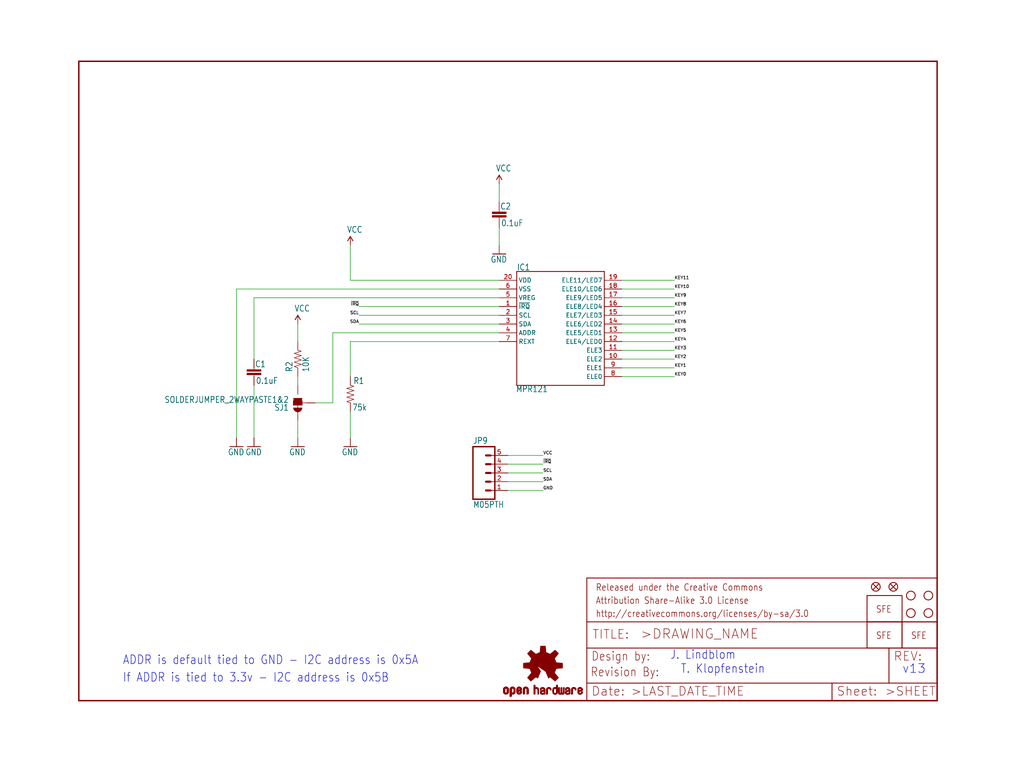
<source format=kicad_sch>
(kicad_sch (version 20211123) (generator eeschema)
  (paper "User" 297.002 223.926)
  (lib_symbols
    (symbol "eagleSchem-eagle-import:0.1UF-25V(+80{slash}-20%)(0603)"
      (property "Reference" "C" (at 1.524 2.921 0))
      (property "Value" "0.1UF-25V(+80{slash}-20%)(0603)" (at 1.524 -2.159 0))
      (symbol "0.1UF-25V(+80{slash}-20%)(0603)_1_0"
        (pin passive line (at 0 5.08 270) (length 2.54) (name "1") (number "1"))
        (pin passive line (at 0 -2.54 90) (length 2.54) (name "2") (number "2"))
      )
    )
    (symbol "eagleSchem-eagle-import:10KOHM1{slash}10W1%(0603)0603"
      (property "Reference" "R" (at -3.81 1.4986 0))
      (property "Value" "10KOHM1{slash}10W1%(0603)0603" (at -3.81 -3.302 0))
      (symbol "10KOHM1{slash}10W1%(0603)0603_1_0"
        (pin passive line (at -5.08 0 0) (length 2.54) (name "1") (number "1"))
        (pin passive line (at 5.08 0 180) (length 2.54) (name "2") (number "2"))
      )
    )
    (symbol "eagleSchem-eagle-import:FIDUCIAL1X2")
    (symbol "eagleSchem-eagle-import:FRAME-LETTER"
      (symbol "FRAME-LETTER_2_0"
        (text ">DRAWING_NAME" (at 15.494 17.78 0) (effects (font (size 2.7432 2.7432)) (justify left bottom)))
        (text ">LAST_DATE_TIME" (at 12.7 1.27 0) (effects (font (size 2.54 2.54)) (justify left bottom)))
        (text ">SHEET" (at 86.36 1.27 0) (effects (font (size 2.54 2.54)) (justify left bottom)))
        (text "Attribution Share-Alike 3.0 License" (at 2.54 27.94 0) (effects (font (size 1.9304 1.6408)) (justify left bottom)))
        (text "Date:" (at 1.27 1.27 0) (effects (font (size 2.54 2.54)) (justify left bottom)))
        (text "Design by:" (at 1.27 11.43 0) (effects (font (size 2.54 2.159)) (justify left bottom)))
        (text "http://creativecommons.org/licenses/by-sa/3.0" (at 2.54 24.13 0) (effects (font (size 1.9304 1.6408)) (justify left bottom)))
        (text "Released under the Creative Commons" (at 2.54 31.75 0) (effects (font (size 1.9304 1.6408)) (justify left bottom)))
        (text "REV:" (at 88.9 11.43 0) (effects (font (size 2.54 2.54)) (justify left bottom)))
        (text "Sheet:" (at 72.39 1.27 0) (effects (font (size 2.54 2.54)) (justify left bottom)))
        (text "TITLE:" (at 1.524 17.78 0) (effects (font (size 2.54 2.54)) (justify left bottom)))
      )
    )
    (symbol "eagleSchem-eagle-import:GND" (power)
      (property "Value" "GND" (at -2.54 -2.54 0))
      (symbol "GND_1_0"
        (pin power_in line (at 0 2.54 270) (length 2.54) (name "GND") (number "1"))
      )
    )
    (symbol "eagleSchem-eagle-import:LOGO-SFENEW"
      (symbol "LOGO-SFENEW_1_0"
        (text "SFE" (at 0 0 0) (effects (font (size 1.9304 1.6408)) (justify left bottom)))
      )
    )
    (symbol "eagleSchem-eagle-import:LOGO-SFESK"
      (symbol "LOGO-SFESK_1_0"
        (text "SFE" (at 0 0 0) (effects (font (size 1.9304 1.6408)) (justify left bottom)))
      )
    )
    (symbol "eagleSchem-eagle-import:M05PTH"
      (property "Reference" "JP" (at -2.54 8.382 0))
      (property "Value" "M05PTH" (at -2.54 -10.16 0))
      (symbol "M05PTH_1_0"
        (pin passive line (at 7.62 -5.08 180) (length 5.08) (name "1") (number "1"))
        (pin passive line (at 7.62 -2.54 180) (length 5.08) (name "2") (number "2"))
        (pin passive line (at 7.62 0 180) (length 5.08) (name "3") (number "3"))
        (pin passive line (at 7.62 2.54 180) (length 5.08) (name "4") (number "4"))
        (pin passive line (at 7.62 5.08 180) (length 5.08) (name "5") (number "5"))
      )
    )
    (symbol "eagleSchem-eagle-import:MPR121V2"
      (property "Value" "MPR121V2" (at -12.954 -17.272 0))
      (symbol "MPR121V2_1_0"
        (pin bidirectional line (at -17.78 7.62 0) (length 5.08) (name "~{IRQ}") (number "1"))
        (pin bidirectional line (at 17.78 -7.62 180) (length 5.08) (name "ELE2") (number "10"))
        (pin bidirectional line (at 17.78 -5.08 180) (length 5.08) (name "ELE3") (number "11"))
        (pin bidirectional line (at 17.78 -2.54 180) (length 5.08) (name "ELE4/LED0") (number "12"))
        (pin bidirectional line (at 17.78 0 180) (length 5.08) (name "ELE5/LED1") (number "13"))
        (pin bidirectional line (at 17.78 2.54 180) (length 5.08) (name "ELE6/LED2") (number "14"))
        (pin bidirectional line (at 17.78 5.08 180) (length 5.08) (name "ELE7/LED3") (number "15"))
        (pin bidirectional line (at 17.78 7.62 180) (length 5.08) (name "ELE8/LED4") (number "16"))
        (pin bidirectional line (at 17.78 10.16 180) (length 5.08) (name "ELE9/LED5") (number "17"))
        (pin bidirectional line (at 17.78 12.7 180) (length 5.08) (name "ELE10/LED6") (number "18"))
        (pin bidirectional line (at 17.78 15.24 180) (length 5.08) (name "ELE11/LED7") (number "19"))
        (pin bidirectional line (at -17.78 5.08 0) (length 5.08) (name "SCL") (number "2"))
        (pin bidirectional line (at -17.78 15.24 0) (length 5.08) (name "VDD") (number "20"))
        (pin bidirectional line (at -17.78 2.54 0) (length 5.08) (name "SDA") (number "3"))
        (pin bidirectional line (at -17.78 0 0) (length 5.08) (name "ADDR") (number "4"))
        (pin bidirectional line (at -17.78 10.16 0) (length 5.08) (name "VREG") (number "5"))
        (pin bidirectional line (at -17.78 12.7 0) (length 5.08) (name "VSS") (number "6"))
        (pin bidirectional line (at -17.78 -2.54 0) (length 5.08) (name "REXT") (number "7"))
        (pin bidirectional line (at 17.78 -12.7 180) (length 5.08) (name "ELE0") (number "8"))
        (pin bidirectional line (at 17.78 -10.16 180) (length 5.08) (name "ELE1") (number "9"))
      )
    )
    (symbol "eagleSchem-eagle-import:OSHW-LOGOL")
    (symbol "eagleSchem-eagle-import:RESISTOR0603-RES"
      (property "Reference" "R" (at -3.81 1.4986 0))
      (property "Value" "RESISTOR0603-RES" (at -3.81 -3.302 0))
      (symbol "RESISTOR0603-RES_1_0"
        (pin passive line (at -5.08 0 0) (length 2.54) (name "1") (number "1"))
        (pin passive line (at 5.08 0 180) (length 2.54) (name "2") (number "2"))
      )
    )
    (symbol "eagleSchem-eagle-import:REVISION"
      (symbol "REVISION_1_0"
        (text "Revision By: " (at 0 0 0) (effects (font (size 2.54 2.159)) (justify left bottom)))
      )
    )
    (symbol "eagleSchem-eagle-import:SOLDERJUMPER_2WAYPASTE1&2"
      (property "Reference" "SJ" (at 2.54 0.381 0))
      (property "Value" "SOLDERJUMPER_2WAYPASTE1&2" (at 2.54 -1.905 0))
      (symbol "SOLDERJUMPER_2WAYPASTE1&2_1_0"
        (pin passive line (at 0 5.08 270) (length 2.54) (name "1") (number "1"))
        (pin passive line (at -5.08 0 0) (length 2.54) (name "2") (number "2"))
        (pin passive line (at 0 -5.08 90) (length 2.54) (name "3") (number "3"))
      )
    )
    (symbol "eagleSchem-eagle-import:STAND-OFF")
    (symbol "eagleSchem-eagle-import:VCC" (power)
      (property "Value" "VCC" (at -1.016 3.556 0))
      (symbol "VCC_1_0"
        (pin power_in line (at 0 0 90) (length 2.54) (name "VCC") (number "1"))
      )
    )
  )
  (wire (pts (xy 147.32 134.62) (xy 157.48 134.62)))
  (wire (pts (xy 68.58 83.82) (xy 144.78 83.82)))
  (polyline (pts (xy 86.36 116.84) (xy 86.36 119.38)))
  (wire (pts (xy 180.34 109.22) (xy 195.58 109.22)))
  (wire (pts (xy 96.52 116.84) (xy 91.44 116.84)))
  (wire (pts (xy 144.78 99.06) (xy 101.6 99.06)))
  (wire (pts (xy 180.34 83.82) (xy 195.58 83.82)))
  (wire (pts (xy 180.34 88.9) (xy 195.58 88.9)))
  (wire (pts (xy 73.66 86.36) (xy 73.66 104.14)))
  (wire (pts (xy 180.34 99.06) (xy 195.58 99.06)))
  (wire (pts (xy 68.58 127) (xy 68.58 83.82)))
  (wire (pts (xy 180.34 81.28) (xy 195.58 81.28)))
  (wire (pts (xy 101.6 81.28) (xy 101.6 71.12)))
  (wire (pts (xy 180.34 91.44) (xy 195.58 91.44)))
  (wire (pts (xy 86.36 93.98) (xy 86.36 99.06)))
  (wire (pts (xy 180.34 96.52) (xy 195.58 96.52)))
  (wire (pts (xy 86.36 111.76) (xy 86.36 109.22)))
  (wire (pts (xy 180.34 86.36) (xy 195.58 86.36)))
  (wire (pts (xy 180.34 104.14) (xy 195.58 104.14)))
  (wire (pts (xy 144.78 81.28) (xy 101.6 81.28)))
  (wire (pts (xy 101.6 99.06) (xy 101.6 109.22)))
  (wire (pts (xy 144.78 91.44) (xy 104.14 91.44)))
  (wire (pts (xy 101.6 119.38) (xy 101.6 127)))
  (wire (pts (xy 180.34 106.68) (xy 195.58 106.68)))
  (wire (pts (xy 86.36 121.92) (xy 86.36 127)))
  (wire (pts (xy 144.78 86.36) (xy 73.66 86.36)))
  (wire (pts (xy 144.78 96.52) (xy 96.52 96.52)))
  (wire (pts (xy 180.34 101.6) (xy 195.58 101.6)))
  (wire (pts (xy 144.78 58.42) (xy 144.78 53.34)))
  (wire (pts (xy 96.52 96.52) (xy 96.52 116.84)))
  (wire (pts (xy 144.78 93.98) (xy 104.14 93.98)))
  (wire (pts (xy 73.66 111.76) (xy 73.66 127)))
  (wire (pts (xy 147.32 137.16) (xy 157.48 137.16)))
  (wire (pts (xy 147.32 139.7) (xy 157.48 139.7)))
  (wire (pts (xy 147.32 132.08) (xy 157.48 132.08)))
  (wire (pts (xy 144.78 88.9) (xy 104.14 88.9)))
  (wire (pts (xy 147.32 142.24) (xy 157.48 142.24)))
  (wire (pts (xy 144.78 71.12) (xy 144.78 66.04)))
  (wire (pts (xy 180.34 93.98) (xy 195.58 93.98)))
  (text "v13" (at 261.62 195.58 180) (effects (font (size 2.54 2.54)) (justify left bottom)))
  (text "J. Lindblom" (at 194.31 191.516 180) (effects (font (size 2.54 2.159)) (justify left bottom)))
  (text "If ADDR is tied to 3.3v - I2C address is 0x5B" (at 35.56 198.12 180) (effects (font (size 2.54 2.159)) (justify left bottom)))
  (text "ADDR is default tied to GND - I2C address is 0x5A" (at 35.56 193.04 180) (effects (font (size 2.54 2.159)) (justify left bottom)))
  (text "T. Klopfenstein" (at 197.358 195.58 180) (effects (font (size 2.54 2.159)) (justify left bottom)))
  (label "KEY8" (at 195.58 88.9 0) (effects (font (size 0.889 0.889))))
  (label "KEY9" (at 195.58 86.36 0) (effects (font (size 0.889 0.889))))
  (label "~{IRQ}" (at 157.48 134.62 0) (effects (font (size 0.889 0.889))))
  (label "GND" (at 157.48 142.24 0) (effects (font (size 0.889 0.889))))
  (label "KEY0" (at 195.58 109.22 0) (effects (font (size 0.889 0.889))))
  (label "KEY1" (at 195.58 106.68 0) (effects (font (size 0.889 0.889))))
  (label "KEY6" (at 195.58 93.98 0) (effects (font (size 0.889 0.889))))
  (label "SCL" (at 157.48 137.16 0) (effects (font (size 0.889 0.889))))
  (label "KEY11" (at 195.58 81.28 0) (effects (font (size 0.889 0.889))))
  (label "KEY3" (at 195.58 101.6 0) (effects (font (size 0.889 0.889))))
  (label "KEY10" (at 195.58 83.82 0) (effects (font (size 0.889 0.889))))
  (label "KEY5" (at 195.58 96.52 0) (effects (font (size 0.889 0.889))))
  (label "KEY7" (at 195.58 91.44 0) (effects (font (size 0.889 0.889))))
  (label "VCC" (at 157.48 132.08 0) (effects (font (size 0.889 0.889))))
  (label "KEY4" (at 195.58 99.06 0) (effects (font (size 0.889 0.889))))
  (label "SDA" (at 104.14 93.98 180) (effects (font (size 0.889 0.889))))
  (label "KEY2" (at 195.58 104.14 0) (effects (font (size 0.889 0.889))))
  (label "SDA" (at 157.48 139.7 0) (effects (font (size 0.889 0.889))))
  (label "~{IRQ}" (at 104.14 88.9 180) (effects (font (size 0.889 0.889))))
  (label "SCL" (at 104.14 91.44 180) (effects (font (size 0.889 0.889))))
  (symbol (lib_id "eagleSchem-eagle-import:GND") (at 73.66 129.54 0) (unit 1)
    (property "Reference" "#GND1" (effects hide))
    (property "Value" "GND" (at 71.12 132.08 0) (effects (font (size 1.778 1.5113)) (justify left bottom)))
    (property "Footprint" "eagleSchem:" (effects hide))
  )
  (symbol (lib_id "eagleSchem-eagle-import:LOGO-SFESK") (at 254 185.42 0) (unit 1)
    (property "Reference" "JP2" (effects hide))
    (property "Value" "LOGO-SFESK" (effects hide))
    (property "Footprint" "eagleSchem:SFE-LOGO-FLAME" (effects hide))
  )
  (symbol (lib_id "eagleSchem-eagle-import:0.1UF-25V(+80{slash}-20%)(0603)") (at 73.66 109.22 0) (unit 1)
    (property "Reference" "C1" (at 73.914 106.553 0) (effects (font (size 1.778 1.5113)) (justify left bottom)))
    (property "Value" "0.1uF" (at 74.168 111.379 0) (effects (font (size 1.778 1.5113)) (justify left bottom)))
    (property "Footprint" "eagleSchem:0603-CAP" (effects hide))
  )
  (symbol (lib_id "eagleSchem-eagle-import:REVISION") (at 171.196 196.342 0) (unit 1)
    (property "Reference" "U$1" (effects hide))
    (property "Value" "REVISION" (effects hide))
    (property "Footprint" "eagleSchem:REVISION" (effects hide))
  )
  (symbol (lib_id "eagleSchem-eagle-import:LOGO-SFESK") (at 254 177.8 0) (unit 1)
    (property "Reference" "JP6" (effects hide))
    (property "Value" "LOGO-SFESK" (effects hide))
    (property "Footprint" "eagleSchem:SFE-LOGO-FLAME" (effects hide))
  )
  (symbol (lib_id "eagleSchem-eagle-import:GND") (at 86.36 129.54 0) (unit 1)
    (property "Reference" "#GND3" (effects hide))
    (property "Value" "GND" (at 83.82 132.08 0) (effects (font (size 1.778 1.5113)) (justify left bottom)))
    (property "Footprint" "eagleSchem:" (effects hide))
  )
  (symbol (lib_id "eagleSchem-eagle-import:FIDUCIAL1X2") (at 254 170.18 0) (unit 1)
    (property "Reference" "JP10" (effects hide))
    (property "Value" "FIDUCIAL1X2" (effects hide))
    (property "Footprint" "eagleSchem:FIDUCIAL-1X2" (effects hide))
  )
  (symbol (lib_id "eagleSchem-eagle-import:STAND-OFF") (at 264.16 177.8 0) (unit 1)
    (property "Reference" "JP7" (effects hide))
    (property "Value" "STAND-OFF" (effects hide))
    (property "Footprint" "eagleSchem:STAND-OFF" (effects hide))
  )
  (symbol (lib_id "eagleSchem-eagle-import:VCC") (at 86.36 93.98 0) (unit 1)
    (property "Reference" "#P+3" (effects hide))
    (property "Value" "VCC" (at 85.344 90.424 0) (effects (font (size 1.778 1.5113)) (justify left bottom)))
    (property "Footprint" "eagleSchem:" (effects hide))
  )
  (symbol (lib_id "eagleSchem-eagle-import:VCC") (at 101.6 71.12 0) (unit 1)
    (property "Reference" "#P+1" (effects hide))
    (property "Value" "VCC" (at 100.584 67.564 0) (effects (font (size 1.778 1.5113)) (justify left bottom)))
    (property "Footprint" "eagleSchem:" (effects hide))
  )
  (symbol (lib_id "eagleSchem-eagle-import:10KOHM1{slash}10W1%(0603)0603") (at 86.36 104.14 90) (unit 1)
    (property "Reference" "R2" (at 84.8614 107.95 0) (effects (font (size 1.778 1.5113)) (justify left bottom)))
    (property "Value" "10K" (at 89.662 107.95 0) (effects (font (size 1.778 1.5113)) (justify left bottom)))
    (property "Footprint" "eagleSchem:0603-RES" (effects hide))
  )
  (symbol (lib_id "eagleSchem-eagle-import:OSHW-LOGOL") (at 157.48 193.04 0) (unit 1)
    (property "Reference" "LOGO1" (effects hide))
    (property "Value" "OSHW-LOGOL" (effects hide))
    (property "Footprint" "eagleSchem:OSHW-LOGO-L" (effects hide))
  )
  (symbol (lib_id "eagleSchem-eagle-import:STAND-OFF") (at 269.24 172.72 0) (unit 1)
    (property "Reference" "JP3" (effects hide))
    (property "Value" "STAND-OFF" (effects hide))
    (property "Footprint" "eagleSchem:STAND-OFF" (effects hide))
  )
  (symbol (lib_id "eagleSchem-eagle-import:LOGO-SFENEW") (at 264.16 185.42 0) (unit 1)
    (property "Reference" "JP1" (effects hide))
    (property "Value" "LOGO-SFENEW" (effects hide))
    (property "Footprint" "eagleSchem:SFE-NEW-WEBLOGO" (effects hide))
  )
  (symbol (lib_id "eagleSchem-eagle-import:GND") (at 68.58 129.54 0) (unit 1)
    (property "Reference" "#GND4" (effects hide))
    (property "Value" "GND" (at 66.04 132.08 0) (effects (font (size 1.778 1.5113)) (justify left bottom)))
    (property "Footprint" "eagleSchem:" (effects hide))
  )
  (symbol (lib_id "eagleSchem-eagle-import:FRAME-LETTER") (at 22.86 203.2 0) (unit 1)
    (property "Reference" "FRAME1" (effects hide))
    (property "Value" "FRAME-LETTER" (effects hide))
    (property "Footprint" "eagleSchem:CREATIVE_COMMONS" (effects hide))
  )
  (symbol (lib_id "eagleSchem-eagle-import:FIDUCIAL1X2") (at 259.08 170.18 0) (unit 1)
    (property "Reference" "JP5" (effects hide))
    (property "Value" "FIDUCIAL1X2" (effects hide))
    (property "Footprint" "eagleSchem:FIDUCIAL-1X2" (effects hide))
  )
  (symbol (lib_id "eagleSchem-eagle-import:VCC") (at 144.78 53.34 0) (unit 1)
    (property "Reference" "#P+2" (effects hide))
    (property "Value" "VCC" (at 143.764 49.784 0) (effects (font (size 1.778 1.5113)) (justify left bottom)))
    (property "Footprint" "eagleSchem:" (effects hide))
  )
  (symbol (lib_id "eagleSchem-eagle-import:STAND-OFF") (at 269.24 177.8 0) (unit 1)
    (property "Reference" "JP8" (effects hide))
    (property "Value" "STAND-OFF" (effects hide))
    (property "Footprint" "eagleSchem:STAND-OFF" (effects hide))
  )
  (symbol (lib_id "eagleSchem-eagle-import:GND") (at 101.6 129.54 0) (unit 1)
    (property "Reference" "#GND2" (effects hide))
    (property "Value" "GND" (at 99.06 132.08 0) (effects (font (size 1.778 1.5113)) (justify left bottom)))
    (property "Footprint" "eagleSchem:" (effects hide))
  )
  (symbol (lib_id "eagleSchem-eagle-import:STAND-OFF") (at 264.16 172.72 0) (unit 1)
    (property "Reference" "JP4" (effects hide))
    (property "Value" "STAND-OFF" (effects hide))
    (property "Footprint" "eagleSchem:STAND-OFF" (effects hide))
  )
  (symbol (lib_id "eagleSchem-eagle-import:FRAME-LETTER") (at 170.18 203.2 0) (unit 2)
    (property "Reference" "FRAME1" (effects hide))
    (property "Value" "FRAME-LETTER" (effects hide))
    (property "Footprint" "eagleSchem:CREATIVE_COMMONS" (effects hide))
  )
  (symbol (lib_id "eagleSchem-eagle-import:M05PTH") (at 139.7 137.16 0) (unit 1)
    (property "Reference" "JP9" (at 137.16 128.778 0) (effects (font (size 1.778 1.5113)) (justify left bottom)))
    (property "Value" "M05PTH" (at 137.16 147.32 0) (effects (font (size 1.778 1.5113)) (justify left bottom)))
    (property "Footprint" "eagleSchem:1X05" (effects hide))
  )
  (symbol (lib_id "eagleSchem-eagle-import:MPR121V2") (at 162.56 96.52 0) (unit 1)
    (property "Reference" "IC1" (at 149.86 78.486 0) (effects (font (size 1.778 1.5113)) (justify left bottom)))
    (property "Value" "MPR121" (at 149.606 113.792 0) (effects (font (size 1.778 1.5113)) (justify left bottom)))
    (property "Footprint" "eagleSchem:QFN-20-0.4MM-V2" (effects hide))
  )
  (symbol (lib_id "eagleSchem-eagle-import:RESISTOR0603-RES") (at 101.6 114.3 90) (unit 1)
    (property "Reference" "R1" (at 105.664 109.4486 90) (effects (font (size 1.778 1.5113)) (justify left bottom)))
    (property "Value" "75k" (at 102.108 119.126 90) (effects (font (size 1.778 1.5113)) (justify right top)))
    (property "Footprint" "eagleSchem:0603-RES" (effects hide))
  )
  (symbol (lib_id "eagleSchem-eagle-import:SOLDERJUMPER_2WAYPASTE1&2") (at 86.36 116.84 180) (unit 1)
    (property "Reference" "SJ1" (at 83.82 117.221 0) (effects (font (size 1.778 1.5113)) (justify left bottom)))
    (property "Value" "SOLDERJUMPER_2WAYPASTE1&2" (at 83.82 114.935 0) (effects (font (size 1.778 1.5113)) (justify left bottom)))
    (property "Footprint" "eagleSchem:SJ_3_PASTE1&2" (effects hide))
  )
  (symbol (lib_id "eagleSchem-eagle-import:GND") (at 144.78 73.66 0) (unit 1)
    (property "Reference" "#GND5" (effects hide))
    (property "Value" "GND" (at 142.24 76.2 0) (effects (font (size 1.778 1.5113)) (justify left bottom)))
    (property "Footprint" "eagleSchem:" (effects hide))
  )
  (symbol (lib_id "eagleSchem-eagle-import:0.1UF-25V(+80{slash}-20%)(0603)") (at 144.78 63.5 0) (unit 1)
    (property "Reference" "C2" (at 145.034 60.833 0) (effects (font (size 1.778 1.5113)) (justify left bottom)))
    (property "Value" "0.1uF" (at 145.288 65.659 0) (effects (font (size 1.778 1.5113)) (justify left bottom)))
    (property "Footprint" "eagleSchem:0603-CAP" (effects hide))
  )
)
</source>
